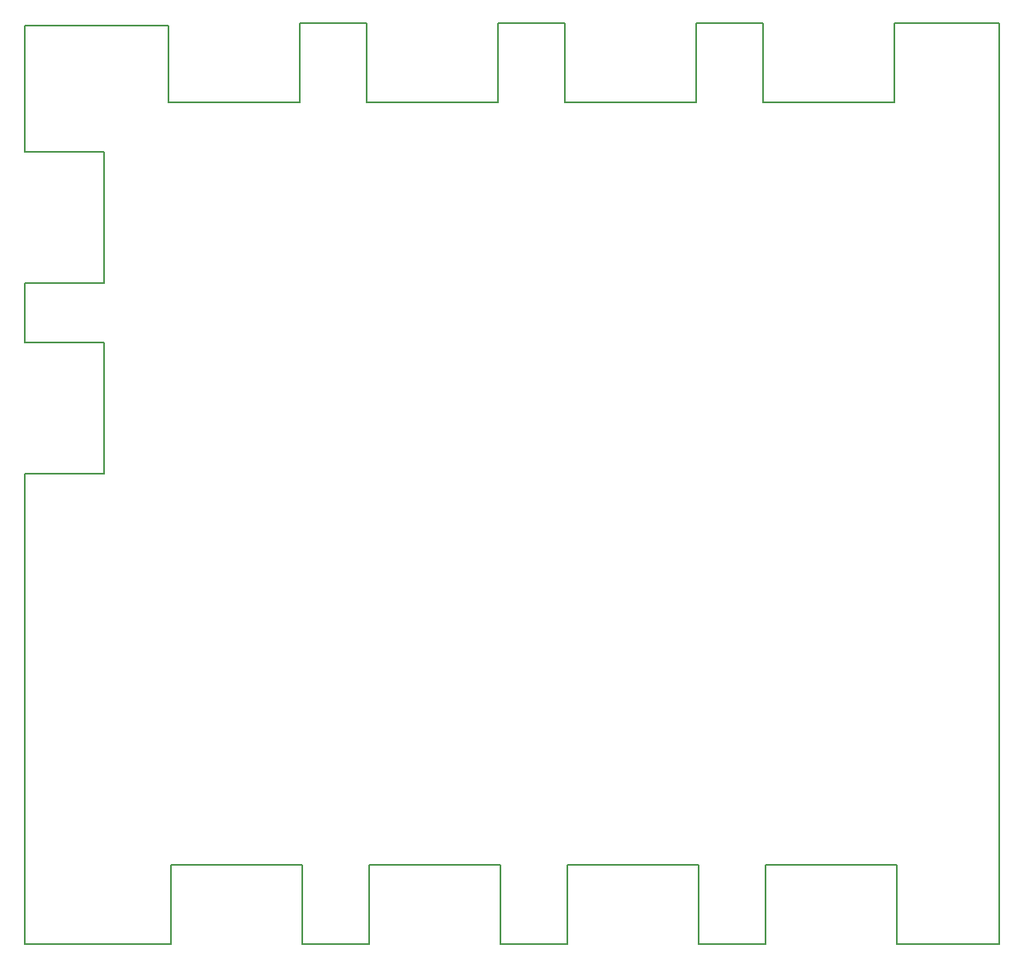
<source format=gm1>
%TF.GenerationSoftware,KiCad,Pcbnew,(5.0.1)-3*%
%TF.CreationDate,2018-12-23T11:35:52+11:00*%
%TF.ProjectId,1Wire-AC_Zoning,31576972652D41435F5A6F6E696E672E,1.2*%
%TF.SameCoordinates,Original*%
%TF.FileFunction,Profile,NP*%
%FSLAX46Y46*%
G04 Gerber Fmt 4.6, Leading zero omitted, Abs format (unit mm)*
G04 Created by KiCad (PCBNEW (5.0.1)-3) date 23/12/2018 11:35:52 AM*
%MOMM*%
%LPD*%
G01*
G04 APERTURE LIST*
%ADD10C,0.150000*%
G04 APERTURE END LIST*
D10*
X209423000Y-52070000D02*
X198628000Y-52070000D01*
X209423000Y-146558000D02*
X198882000Y-146558000D01*
X209423000Y-52070000D02*
X209423000Y-146558000D01*
X109550200Y-52324000D02*
X124206000Y-52324000D01*
X109550200Y-146558000D02*
X124460000Y-146558000D01*
X109550200Y-65278000D02*
X109550200Y-52324000D01*
X117678200Y-65278000D02*
X109550200Y-65278000D01*
X117678200Y-78740000D02*
X117678200Y-65278000D01*
X109550200Y-78740000D02*
X117678200Y-78740000D01*
X109550200Y-84836000D02*
X109550200Y-78740000D01*
X117678200Y-84836000D02*
X109550200Y-84836000D01*
X117678200Y-98298000D02*
X117678200Y-84836000D01*
X109550200Y-98298000D02*
X117678200Y-98298000D01*
X109550200Y-146558000D02*
X109550200Y-98298000D01*
X124460000Y-138430000D02*
X124460000Y-146558000D01*
X137922000Y-138430000D02*
X124460000Y-138430000D01*
X137922000Y-146558000D02*
X137922000Y-138430000D01*
X144780000Y-146558000D02*
X137922000Y-146558000D01*
X144780000Y-138430000D02*
X144780000Y-146558000D01*
X158242000Y-138430000D02*
X144780000Y-138430000D01*
X158242000Y-146558000D02*
X158242000Y-138430000D01*
X165100000Y-146558000D02*
X158242000Y-146558000D01*
X165100000Y-138430000D02*
X165100000Y-146558000D01*
X178562000Y-138430000D02*
X165100000Y-138430000D01*
X178562000Y-146558000D02*
X178562000Y-138430000D01*
X185420000Y-146558000D02*
X178562000Y-146558000D01*
X185420000Y-138430000D02*
X185420000Y-146558000D01*
X198882000Y-138430000D02*
X185420000Y-138430000D01*
X198882000Y-146558000D02*
X198882000Y-138430000D01*
X198628000Y-60198000D02*
X198628000Y-52070000D01*
X185166000Y-60198000D02*
X198628000Y-60198000D01*
X185166000Y-52070000D02*
X185166000Y-60198000D01*
X178308000Y-52070000D02*
X185166000Y-52070000D01*
X178308000Y-60198000D02*
X178308000Y-52070000D01*
X164846000Y-60198000D02*
X178308000Y-60198000D01*
X164846000Y-52070000D02*
X164846000Y-60198000D01*
X157988000Y-52070000D02*
X164846000Y-52070000D01*
X157988000Y-60198000D02*
X157988000Y-52070000D01*
X144526000Y-60198000D02*
X157988000Y-60198000D01*
X144526000Y-52070000D02*
X144526000Y-60198000D01*
X137668000Y-52070000D02*
X144526000Y-52070000D01*
X137668000Y-60198000D02*
X137668000Y-52070000D01*
X124206000Y-60198000D02*
X137668000Y-60198000D01*
X124206000Y-52324000D02*
X124206000Y-60198000D01*
M02*

</source>
